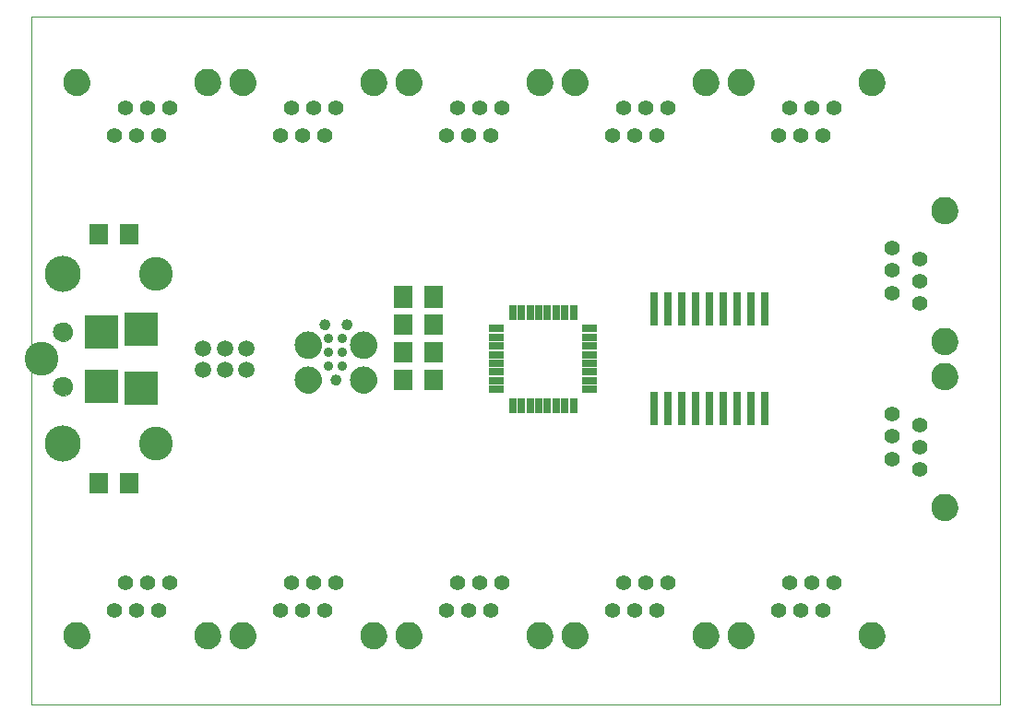
<source format=gbs>
G75*
G70*
%OFA0B0*%
%FSLAX24Y24*%
%IPPOS*%
%LPD*%
%AMOC8*
5,1,8,0,0,1.08239X$1,22.5*
%
%ADD10C,0.0000*%
%ADD11R,0.0540X0.0260*%
%ADD12R,0.0260X0.0540*%
%ADD13R,0.0670X0.0827*%
%ADD14R,0.0670X0.0749*%
%ADD15C,0.0555*%
%ADD16C,0.0969*%
%ADD17C,0.0350*%
%ADD18C,0.0390*%
%ADD19C,0.0975*%
%ADD20R,0.0300X0.1240*%
%ADD21C,0.1221*%
%ADD22C,0.1306*%
%ADD23R,0.1221X0.1221*%
%ADD24C,0.0709*%
%ADD25C,0.0594*%
D10*
X000349Y000100D02*
X000349Y024971D01*
X035344Y024971D01*
X035344Y000100D01*
X000349Y000100D01*
X001522Y002600D02*
X001524Y002643D01*
X001530Y002685D01*
X001540Y002727D01*
X001553Y002768D01*
X001571Y002807D01*
X001592Y002845D01*
X001616Y002880D01*
X001643Y002913D01*
X001674Y002944D01*
X001707Y002971D01*
X001742Y002995D01*
X001780Y003016D01*
X001819Y003034D01*
X001860Y003047D01*
X001902Y003057D01*
X001944Y003063D01*
X001987Y003065D01*
X002030Y003063D01*
X002072Y003057D01*
X002114Y003047D01*
X002155Y003034D01*
X002194Y003016D01*
X002232Y002995D01*
X002267Y002971D01*
X002300Y002944D01*
X002331Y002913D01*
X002358Y002880D01*
X002382Y002845D01*
X002403Y002807D01*
X002421Y002768D01*
X002434Y002727D01*
X002444Y002685D01*
X002450Y002643D01*
X002452Y002600D01*
X002450Y002557D01*
X002444Y002515D01*
X002434Y002473D01*
X002421Y002432D01*
X002403Y002393D01*
X002382Y002355D01*
X002358Y002320D01*
X002331Y002287D01*
X002300Y002256D01*
X002267Y002229D01*
X002232Y002205D01*
X002194Y002184D01*
X002155Y002166D01*
X002114Y002153D01*
X002072Y002143D01*
X002030Y002137D01*
X001987Y002135D01*
X001944Y002137D01*
X001902Y002143D01*
X001860Y002153D01*
X001819Y002166D01*
X001780Y002184D01*
X001742Y002205D01*
X001707Y002229D01*
X001674Y002256D01*
X001643Y002287D01*
X001616Y002320D01*
X001592Y002355D01*
X001571Y002393D01*
X001553Y002432D01*
X001540Y002473D01*
X001530Y002515D01*
X001524Y002557D01*
X001522Y002600D01*
X006247Y002600D02*
X006249Y002643D01*
X006255Y002685D01*
X006265Y002727D01*
X006278Y002768D01*
X006296Y002807D01*
X006317Y002845D01*
X006341Y002880D01*
X006368Y002913D01*
X006399Y002944D01*
X006432Y002971D01*
X006467Y002995D01*
X006505Y003016D01*
X006544Y003034D01*
X006585Y003047D01*
X006627Y003057D01*
X006669Y003063D01*
X006712Y003065D01*
X006755Y003063D01*
X006797Y003057D01*
X006839Y003047D01*
X006880Y003034D01*
X006919Y003016D01*
X006957Y002995D01*
X006992Y002971D01*
X007025Y002944D01*
X007056Y002913D01*
X007083Y002880D01*
X007107Y002845D01*
X007128Y002807D01*
X007146Y002768D01*
X007159Y002727D01*
X007169Y002685D01*
X007175Y002643D01*
X007177Y002600D01*
X007175Y002557D01*
X007169Y002515D01*
X007159Y002473D01*
X007146Y002432D01*
X007128Y002393D01*
X007107Y002355D01*
X007083Y002320D01*
X007056Y002287D01*
X007025Y002256D01*
X006992Y002229D01*
X006957Y002205D01*
X006919Y002184D01*
X006880Y002166D01*
X006839Y002153D01*
X006797Y002143D01*
X006755Y002137D01*
X006712Y002135D01*
X006669Y002137D01*
X006627Y002143D01*
X006585Y002153D01*
X006544Y002166D01*
X006505Y002184D01*
X006467Y002205D01*
X006432Y002229D01*
X006399Y002256D01*
X006368Y002287D01*
X006341Y002320D01*
X006317Y002355D01*
X006296Y002393D01*
X006278Y002432D01*
X006265Y002473D01*
X006255Y002515D01*
X006249Y002557D01*
X006247Y002600D01*
X007522Y002600D02*
X007524Y002643D01*
X007530Y002685D01*
X007540Y002727D01*
X007553Y002768D01*
X007571Y002807D01*
X007592Y002845D01*
X007616Y002880D01*
X007643Y002913D01*
X007674Y002944D01*
X007707Y002971D01*
X007742Y002995D01*
X007780Y003016D01*
X007819Y003034D01*
X007860Y003047D01*
X007902Y003057D01*
X007944Y003063D01*
X007987Y003065D01*
X008030Y003063D01*
X008072Y003057D01*
X008114Y003047D01*
X008155Y003034D01*
X008194Y003016D01*
X008232Y002995D01*
X008267Y002971D01*
X008300Y002944D01*
X008331Y002913D01*
X008358Y002880D01*
X008382Y002845D01*
X008403Y002807D01*
X008421Y002768D01*
X008434Y002727D01*
X008444Y002685D01*
X008450Y002643D01*
X008452Y002600D01*
X008450Y002557D01*
X008444Y002515D01*
X008434Y002473D01*
X008421Y002432D01*
X008403Y002393D01*
X008382Y002355D01*
X008358Y002320D01*
X008331Y002287D01*
X008300Y002256D01*
X008267Y002229D01*
X008232Y002205D01*
X008194Y002184D01*
X008155Y002166D01*
X008114Y002153D01*
X008072Y002143D01*
X008030Y002137D01*
X007987Y002135D01*
X007944Y002137D01*
X007902Y002143D01*
X007860Y002153D01*
X007819Y002166D01*
X007780Y002184D01*
X007742Y002205D01*
X007707Y002229D01*
X007674Y002256D01*
X007643Y002287D01*
X007616Y002320D01*
X007592Y002355D01*
X007571Y002393D01*
X007553Y002432D01*
X007540Y002473D01*
X007530Y002515D01*
X007524Y002557D01*
X007522Y002600D01*
X012247Y002600D02*
X012249Y002643D01*
X012255Y002685D01*
X012265Y002727D01*
X012278Y002768D01*
X012296Y002807D01*
X012317Y002845D01*
X012341Y002880D01*
X012368Y002913D01*
X012399Y002944D01*
X012432Y002971D01*
X012467Y002995D01*
X012505Y003016D01*
X012544Y003034D01*
X012585Y003047D01*
X012627Y003057D01*
X012669Y003063D01*
X012712Y003065D01*
X012755Y003063D01*
X012797Y003057D01*
X012839Y003047D01*
X012880Y003034D01*
X012919Y003016D01*
X012957Y002995D01*
X012992Y002971D01*
X013025Y002944D01*
X013056Y002913D01*
X013083Y002880D01*
X013107Y002845D01*
X013128Y002807D01*
X013146Y002768D01*
X013159Y002727D01*
X013169Y002685D01*
X013175Y002643D01*
X013177Y002600D01*
X013175Y002557D01*
X013169Y002515D01*
X013159Y002473D01*
X013146Y002432D01*
X013128Y002393D01*
X013107Y002355D01*
X013083Y002320D01*
X013056Y002287D01*
X013025Y002256D01*
X012992Y002229D01*
X012957Y002205D01*
X012919Y002184D01*
X012880Y002166D01*
X012839Y002153D01*
X012797Y002143D01*
X012755Y002137D01*
X012712Y002135D01*
X012669Y002137D01*
X012627Y002143D01*
X012585Y002153D01*
X012544Y002166D01*
X012505Y002184D01*
X012467Y002205D01*
X012432Y002229D01*
X012399Y002256D01*
X012368Y002287D01*
X012341Y002320D01*
X012317Y002355D01*
X012296Y002393D01*
X012278Y002432D01*
X012265Y002473D01*
X012255Y002515D01*
X012249Y002557D01*
X012247Y002600D01*
X013522Y002600D02*
X013524Y002643D01*
X013530Y002685D01*
X013540Y002727D01*
X013553Y002768D01*
X013571Y002807D01*
X013592Y002845D01*
X013616Y002880D01*
X013643Y002913D01*
X013674Y002944D01*
X013707Y002971D01*
X013742Y002995D01*
X013780Y003016D01*
X013819Y003034D01*
X013860Y003047D01*
X013902Y003057D01*
X013944Y003063D01*
X013987Y003065D01*
X014030Y003063D01*
X014072Y003057D01*
X014114Y003047D01*
X014155Y003034D01*
X014194Y003016D01*
X014232Y002995D01*
X014267Y002971D01*
X014300Y002944D01*
X014331Y002913D01*
X014358Y002880D01*
X014382Y002845D01*
X014403Y002807D01*
X014421Y002768D01*
X014434Y002727D01*
X014444Y002685D01*
X014450Y002643D01*
X014452Y002600D01*
X014450Y002557D01*
X014444Y002515D01*
X014434Y002473D01*
X014421Y002432D01*
X014403Y002393D01*
X014382Y002355D01*
X014358Y002320D01*
X014331Y002287D01*
X014300Y002256D01*
X014267Y002229D01*
X014232Y002205D01*
X014194Y002184D01*
X014155Y002166D01*
X014114Y002153D01*
X014072Y002143D01*
X014030Y002137D01*
X013987Y002135D01*
X013944Y002137D01*
X013902Y002143D01*
X013860Y002153D01*
X013819Y002166D01*
X013780Y002184D01*
X013742Y002205D01*
X013707Y002229D01*
X013674Y002256D01*
X013643Y002287D01*
X013616Y002320D01*
X013592Y002355D01*
X013571Y002393D01*
X013553Y002432D01*
X013540Y002473D01*
X013530Y002515D01*
X013524Y002557D01*
X013522Y002600D01*
X018247Y002600D02*
X018249Y002643D01*
X018255Y002685D01*
X018265Y002727D01*
X018278Y002768D01*
X018296Y002807D01*
X018317Y002845D01*
X018341Y002880D01*
X018368Y002913D01*
X018399Y002944D01*
X018432Y002971D01*
X018467Y002995D01*
X018505Y003016D01*
X018544Y003034D01*
X018585Y003047D01*
X018627Y003057D01*
X018669Y003063D01*
X018712Y003065D01*
X018755Y003063D01*
X018797Y003057D01*
X018839Y003047D01*
X018880Y003034D01*
X018919Y003016D01*
X018957Y002995D01*
X018992Y002971D01*
X019025Y002944D01*
X019056Y002913D01*
X019083Y002880D01*
X019107Y002845D01*
X019128Y002807D01*
X019146Y002768D01*
X019159Y002727D01*
X019169Y002685D01*
X019175Y002643D01*
X019177Y002600D01*
X019175Y002557D01*
X019169Y002515D01*
X019159Y002473D01*
X019146Y002432D01*
X019128Y002393D01*
X019107Y002355D01*
X019083Y002320D01*
X019056Y002287D01*
X019025Y002256D01*
X018992Y002229D01*
X018957Y002205D01*
X018919Y002184D01*
X018880Y002166D01*
X018839Y002153D01*
X018797Y002143D01*
X018755Y002137D01*
X018712Y002135D01*
X018669Y002137D01*
X018627Y002143D01*
X018585Y002153D01*
X018544Y002166D01*
X018505Y002184D01*
X018467Y002205D01*
X018432Y002229D01*
X018399Y002256D01*
X018368Y002287D01*
X018341Y002320D01*
X018317Y002355D01*
X018296Y002393D01*
X018278Y002432D01*
X018265Y002473D01*
X018255Y002515D01*
X018249Y002557D01*
X018247Y002600D01*
X019522Y002600D02*
X019524Y002643D01*
X019530Y002685D01*
X019540Y002727D01*
X019553Y002768D01*
X019571Y002807D01*
X019592Y002845D01*
X019616Y002880D01*
X019643Y002913D01*
X019674Y002944D01*
X019707Y002971D01*
X019742Y002995D01*
X019780Y003016D01*
X019819Y003034D01*
X019860Y003047D01*
X019902Y003057D01*
X019944Y003063D01*
X019987Y003065D01*
X020030Y003063D01*
X020072Y003057D01*
X020114Y003047D01*
X020155Y003034D01*
X020194Y003016D01*
X020232Y002995D01*
X020267Y002971D01*
X020300Y002944D01*
X020331Y002913D01*
X020358Y002880D01*
X020382Y002845D01*
X020403Y002807D01*
X020421Y002768D01*
X020434Y002727D01*
X020444Y002685D01*
X020450Y002643D01*
X020452Y002600D01*
X020450Y002557D01*
X020444Y002515D01*
X020434Y002473D01*
X020421Y002432D01*
X020403Y002393D01*
X020382Y002355D01*
X020358Y002320D01*
X020331Y002287D01*
X020300Y002256D01*
X020267Y002229D01*
X020232Y002205D01*
X020194Y002184D01*
X020155Y002166D01*
X020114Y002153D01*
X020072Y002143D01*
X020030Y002137D01*
X019987Y002135D01*
X019944Y002137D01*
X019902Y002143D01*
X019860Y002153D01*
X019819Y002166D01*
X019780Y002184D01*
X019742Y002205D01*
X019707Y002229D01*
X019674Y002256D01*
X019643Y002287D01*
X019616Y002320D01*
X019592Y002355D01*
X019571Y002393D01*
X019553Y002432D01*
X019540Y002473D01*
X019530Y002515D01*
X019524Y002557D01*
X019522Y002600D01*
X024247Y002600D02*
X024249Y002643D01*
X024255Y002685D01*
X024265Y002727D01*
X024278Y002768D01*
X024296Y002807D01*
X024317Y002845D01*
X024341Y002880D01*
X024368Y002913D01*
X024399Y002944D01*
X024432Y002971D01*
X024467Y002995D01*
X024505Y003016D01*
X024544Y003034D01*
X024585Y003047D01*
X024627Y003057D01*
X024669Y003063D01*
X024712Y003065D01*
X024755Y003063D01*
X024797Y003057D01*
X024839Y003047D01*
X024880Y003034D01*
X024919Y003016D01*
X024957Y002995D01*
X024992Y002971D01*
X025025Y002944D01*
X025056Y002913D01*
X025083Y002880D01*
X025107Y002845D01*
X025128Y002807D01*
X025146Y002768D01*
X025159Y002727D01*
X025169Y002685D01*
X025175Y002643D01*
X025177Y002600D01*
X025175Y002557D01*
X025169Y002515D01*
X025159Y002473D01*
X025146Y002432D01*
X025128Y002393D01*
X025107Y002355D01*
X025083Y002320D01*
X025056Y002287D01*
X025025Y002256D01*
X024992Y002229D01*
X024957Y002205D01*
X024919Y002184D01*
X024880Y002166D01*
X024839Y002153D01*
X024797Y002143D01*
X024755Y002137D01*
X024712Y002135D01*
X024669Y002137D01*
X024627Y002143D01*
X024585Y002153D01*
X024544Y002166D01*
X024505Y002184D01*
X024467Y002205D01*
X024432Y002229D01*
X024399Y002256D01*
X024368Y002287D01*
X024341Y002320D01*
X024317Y002355D01*
X024296Y002393D01*
X024278Y002432D01*
X024265Y002473D01*
X024255Y002515D01*
X024249Y002557D01*
X024247Y002600D01*
X025522Y002600D02*
X025524Y002643D01*
X025530Y002685D01*
X025540Y002727D01*
X025553Y002768D01*
X025571Y002807D01*
X025592Y002845D01*
X025616Y002880D01*
X025643Y002913D01*
X025674Y002944D01*
X025707Y002971D01*
X025742Y002995D01*
X025780Y003016D01*
X025819Y003034D01*
X025860Y003047D01*
X025902Y003057D01*
X025944Y003063D01*
X025987Y003065D01*
X026030Y003063D01*
X026072Y003057D01*
X026114Y003047D01*
X026155Y003034D01*
X026194Y003016D01*
X026232Y002995D01*
X026267Y002971D01*
X026300Y002944D01*
X026331Y002913D01*
X026358Y002880D01*
X026382Y002845D01*
X026403Y002807D01*
X026421Y002768D01*
X026434Y002727D01*
X026444Y002685D01*
X026450Y002643D01*
X026452Y002600D01*
X026450Y002557D01*
X026444Y002515D01*
X026434Y002473D01*
X026421Y002432D01*
X026403Y002393D01*
X026382Y002355D01*
X026358Y002320D01*
X026331Y002287D01*
X026300Y002256D01*
X026267Y002229D01*
X026232Y002205D01*
X026194Y002184D01*
X026155Y002166D01*
X026114Y002153D01*
X026072Y002143D01*
X026030Y002137D01*
X025987Y002135D01*
X025944Y002137D01*
X025902Y002143D01*
X025860Y002153D01*
X025819Y002166D01*
X025780Y002184D01*
X025742Y002205D01*
X025707Y002229D01*
X025674Y002256D01*
X025643Y002287D01*
X025616Y002320D01*
X025592Y002355D01*
X025571Y002393D01*
X025553Y002432D01*
X025540Y002473D01*
X025530Y002515D01*
X025524Y002557D01*
X025522Y002600D01*
X030247Y002600D02*
X030249Y002643D01*
X030255Y002685D01*
X030265Y002727D01*
X030278Y002768D01*
X030296Y002807D01*
X030317Y002845D01*
X030341Y002880D01*
X030368Y002913D01*
X030399Y002944D01*
X030432Y002971D01*
X030467Y002995D01*
X030505Y003016D01*
X030544Y003034D01*
X030585Y003047D01*
X030627Y003057D01*
X030669Y003063D01*
X030712Y003065D01*
X030755Y003063D01*
X030797Y003057D01*
X030839Y003047D01*
X030880Y003034D01*
X030919Y003016D01*
X030957Y002995D01*
X030992Y002971D01*
X031025Y002944D01*
X031056Y002913D01*
X031083Y002880D01*
X031107Y002845D01*
X031128Y002807D01*
X031146Y002768D01*
X031159Y002727D01*
X031169Y002685D01*
X031175Y002643D01*
X031177Y002600D01*
X031175Y002557D01*
X031169Y002515D01*
X031159Y002473D01*
X031146Y002432D01*
X031128Y002393D01*
X031107Y002355D01*
X031083Y002320D01*
X031056Y002287D01*
X031025Y002256D01*
X030992Y002229D01*
X030957Y002205D01*
X030919Y002184D01*
X030880Y002166D01*
X030839Y002153D01*
X030797Y002143D01*
X030755Y002137D01*
X030712Y002135D01*
X030669Y002137D01*
X030627Y002143D01*
X030585Y002153D01*
X030544Y002166D01*
X030505Y002184D01*
X030467Y002205D01*
X030432Y002229D01*
X030399Y002256D01*
X030368Y002287D01*
X030341Y002320D01*
X030317Y002355D01*
X030296Y002393D01*
X030278Y002432D01*
X030265Y002473D01*
X030255Y002515D01*
X030249Y002557D01*
X030247Y002600D01*
X032884Y007238D02*
X032886Y007281D01*
X032892Y007323D01*
X032902Y007365D01*
X032915Y007406D01*
X032933Y007445D01*
X032954Y007483D01*
X032978Y007518D01*
X033005Y007551D01*
X033036Y007582D01*
X033069Y007609D01*
X033104Y007633D01*
X033142Y007654D01*
X033181Y007672D01*
X033222Y007685D01*
X033264Y007695D01*
X033306Y007701D01*
X033349Y007703D01*
X033392Y007701D01*
X033434Y007695D01*
X033476Y007685D01*
X033517Y007672D01*
X033556Y007654D01*
X033594Y007633D01*
X033629Y007609D01*
X033662Y007582D01*
X033693Y007551D01*
X033720Y007518D01*
X033744Y007483D01*
X033765Y007445D01*
X033783Y007406D01*
X033796Y007365D01*
X033806Y007323D01*
X033812Y007281D01*
X033814Y007238D01*
X033812Y007195D01*
X033806Y007153D01*
X033796Y007111D01*
X033783Y007070D01*
X033765Y007031D01*
X033744Y006993D01*
X033720Y006958D01*
X033693Y006925D01*
X033662Y006894D01*
X033629Y006867D01*
X033594Y006843D01*
X033556Y006822D01*
X033517Y006804D01*
X033476Y006791D01*
X033434Y006781D01*
X033392Y006775D01*
X033349Y006773D01*
X033306Y006775D01*
X033264Y006781D01*
X033222Y006791D01*
X033181Y006804D01*
X033142Y006822D01*
X033104Y006843D01*
X033069Y006867D01*
X033036Y006894D01*
X033005Y006925D01*
X032978Y006958D01*
X032954Y006993D01*
X032933Y007031D01*
X032915Y007070D01*
X032902Y007111D01*
X032892Y007153D01*
X032886Y007195D01*
X032884Y007238D01*
X032884Y011962D02*
X032886Y012005D01*
X032892Y012047D01*
X032902Y012089D01*
X032915Y012130D01*
X032933Y012169D01*
X032954Y012207D01*
X032978Y012242D01*
X033005Y012275D01*
X033036Y012306D01*
X033069Y012333D01*
X033104Y012357D01*
X033142Y012378D01*
X033181Y012396D01*
X033222Y012409D01*
X033264Y012419D01*
X033306Y012425D01*
X033349Y012427D01*
X033392Y012425D01*
X033434Y012419D01*
X033476Y012409D01*
X033517Y012396D01*
X033556Y012378D01*
X033594Y012357D01*
X033629Y012333D01*
X033662Y012306D01*
X033693Y012275D01*
X033720Y012242D01*
X033744Y012207D01*
X033765Y012169D01*
X033783Y012130D01*
X033796Y012089D01*
X033806Y012047D01*
X033812Y012005D01*
X033814Y011962D01*
X033812Y011919D01*
X033806Y011877D01*
X033796Y011835D01*
X033783Y011794D01*
X033765Y011755D01*
X033744Y011717D01*
X033720Y011682D01*
X033693Y011649D01*
X033662Y011618D01*
X033629Y011591D01*
X033594Y011567D01*
X033556Y011546D01*
X033517Y011528D01*
X033476Y011515D01*
X033434Y011505D01*
X033392Y011499D01*
X033349Y011497D01*
X033306Y011499D01*
X033264Y011505D01*
X033222Y011515D01*
X033181Y011528D01*
X033142Y011546D01*
X033104Y011567D01*
X033069Y011591D01*
X033036Y011618D01*
X033005Y011649D01*
X032978Y011682D01*
X032954Y011717D01*
X032933Y011755D01*
X032915Y011794D01*
X032902Y011835D01*
X032892Y011877D01*
X032886Y011919D01*
X032884Y011962D01*
X032884Y013238D02*
X032886Y013281D01*
X032892Y013323D01*
X032902Y013365D01*
X032915Y013406D01*
X032933Y013445D01*
X032954Y013483D01*
X032978Y013518D01*
X033005Y013551D01*
X033036Y013582D01*
X033069Y013609D01*
X033104Y013633D01*
X033142Y013654D01*
X033181Y013672D01*
X033222Y013685D01*
X033264Y013695D01*
X033306Y013701D01*
X033349Y013703D01*
X033392Y013701D01*
X033434Y013695D01*
X033476Y013685D01*
X033517Y013672D01*
X033556Y013654D01*
X033594Y013633D01*
X033629Y013609D01*
X033662Y013582D01*
X033693Y013551D01*
X033720Y013518D01*
X033744Y013483D01*
X033765Y013445D01*
X033783Y013406D01*
X033796Y013365D01*
X033806Y013323D01*
X033812Y013281D01*
X033814Y013238D01*
X033812Y013195D01*
X033806Y013153D01*
X033796Y013111D01*
X033783Y013070D01*
X033765Y013031D01*
X033744Y012993D01*
X033720Y012958D01*
X033693Y012925D01*
X033662Y012894D01*
X033629Y012867D01*
X033594Y012843D01*
X033556Y012822D01*
X033517Y012804D01*
X033476Y012791D01*
X033434Y012781D01*
X033392Y012775D01*
X033349Y012773D01*
X033306Y012775D01*
X033264Y012781D01*
X033222Y012791D01*
X033181Y012804D01*
X033142Y012822D01*
X033104Y012843D01*
X033069Y012867D01*
X033036Y012894D01*
X033005Y012925D01*
X032978Y012958D01*
X032954Y012993D01*
X032933Y013031D01*
X032915Y013070D01*
X032902Y013111D01*
X032892Y013153D01*
X032886Y013195D01*
X032884Y013238D01*
X032884Y017962D02*
X032886Y018005D01*
X032892Y018047D01*
X032902Y018089D01*
X032915Y018130D01*
X032933Y018169D01*
X032954Y018207D01*
X032978Y018242D01*
X033005Y018275D01*
X033036Y018306D01*
X033069Y018333D01*
X033104Y018357D01*
X033142Y018378D01*
X033181Y018396D01*
X033222Y018409D01*
X033264Y018419D01*
X033306Y018425D01*
X033349Y018427D01*
X033392Y018425D01*
X033434Y018419D01*
X033476Y018409D01*
X033517Y018396D01*
X033556Y018378D01*
X033594Y018357D01*
X033629Y018333D01*
X033662Y018306D01*
X033693Y018275D01*
X033720Y018242D01*
X033744Y018207D01*
X033765Y018169D01*
X033783Y018130D01*
X033796Y018089D01*
X033806Y018047D01*
X033812Y018005D01*
X033814Y017962D01*
X033812Y017919D01*
X033806Y017877D01*
X033796Y017835D01*
X033783Y017794D01*
X033765Y017755D01*
X033744Y017717D01*
X033720Y017682D01*
X033693Y017649D01*
X033662Y017618D01*
X033629Y017591D01*
X033594Y017567D01*
X033556Y017546D01*
X033517Y017528D01*
X033476Y017515D01*
X033434Y017505D01*
X033392Y017499D01*
X033349Y017497D01*
X033306Y017499D01*
X033264Y017505D01*
X033222Y017515D01*
X033181Y017528D01*
X033142Y017546D01*
X033104Y017567D01*
X033069Y017591D01*
X033036Y017618D01*
X033005Y017649D01*
X032978Y017682D01*
X032954Y017717D01*
X032933Y017755D01*
X032915Y017794D01*
X032902Y017835D01*
X032892Y017877D01*
X032886Y017919D01*
X032884Y017962D01*
X030247Y022600D02*
X030249Y022643D01*
X030255Y022685D01*
X030265Y022727D01*
X030278Y022768D01*
X030296Y022807D01*
X030317Y022845D01*
X030341Y022880D01*
X030368Y022913D01*
X030399Y022944D01*
X030432Y022971D01*
X030467Y022995D01*
X030505Y023016D01*
X030544Y023034D01*
X030585Y023047D01*
X030627Y023057D01*
X030669Y023063D01*
X030712Y023065D01*
X030755Y023063D01*
X030797Y023057D01*
X030839Y023047D01*
X030880Y023034D01*
X030919Y023016D01*
X030957Y022995D01*
X030992Y022971D01*
X031025Y022944D01*
X031056Y022913D01*
X031083Y022880D01*
X031107Y022845D01*
X031128Y022807D01*
X031146Y022768D01*
X031159Y022727D01*
X031169Y022685D01*
X031175Y022643D01*
X031177Y022600D01*
X031175Y022557D01*
X031169Y022515D01*
X031159Y022473D01*
X031146Y022432D01*
X031128Y022393D01*
X031107Y022355D01*
X031083Y022320D01*
X031056Y022287D01*
X031025Y022256D01*
X030992Y022229D01*
X030957Y022205D01*
X030919Y022184D01*
X030880Y022166D01*
X030839Y022153D01*
X030797Y022143D01*
X030755Y022137D01*
X030712Y022135D01*
X030669Y022137D01*
X030627Y022143D01*
X030585Y022153D01*
X030544Y022166D01*
X030505Y022184D01*
X030467Y022205D01*
X030432Y022229D01*
X030399Y022256D01*
X030368Y022287D01*
X030341Y022320D01*
X030317Y022355D01*
X030296Y022393D01*
X030278Y022432D01*
X030265Y022473D01*
X030255Y022515D01*
X030249Y022557D01*
X030247Y022600D01*
X025522Y022600D02*
X025524Y022643D01*
X025530Y022685D01*
X025540Y022727D01*
X025553Y022768D01*
X025571Y022807D01*
X025592Y022845D01*
X025616Y022880D01*
X025643Y022913D01*
X025674Y022944D01*
X025707Y022971D01*
X025742Y022995D01*
X025780Y023016D01*
X025819Y023034D01*
X025860Y023047D01*
X025902Y023057D01*
X025944Y023063D01*
X025987Y023065D01*
X026030Y023063D01*
X026072Y023057D01*
X026114Y023047D01*
X026155Y023034D01*
X026194Y023016D01*
X026232Y022995D01*
X026267Y022971D01*
X026300Y022944D01*
X026331Y022913D01*
X026358Y022880D01*
X026382Y022845D01*
X026403Y022807D01*
X026421Y022768D01*
X026434Y022727D01*
X026444Y022685D01*
X026450Y022643D01*
X026452Y022600D01*
X026450Y022557D01*
X026444Y022515D01*
X026434Y022473D01*
X026421Y022432D01*
X026403Y022393D01*
X026382Y022355D01*
X026358Y022320D01*
X026331Y022287D01*
X026300Y022256D01*
X026267Y022229D01*
X026232Y022205D01*
X026194Y022184D01*
X026155Y022166D01*
X026114Y022153D01*
X026072Y022143D01*
X026030Y022137D01*
X025987Y022135D01*
X025944Y022137D01*
X025902Y022143D01*
X025860Y022153D01*
X025819Y022166D01*
X025780Y022184D01*
X025742Y022205D01*
X025707Y022229D01*
X025674Y022256D01*
X025643Y022287D01*
X025616Y022320D01*
X025592Y022355D01*
X025571Y022393D01*
X025553Y022432D01*
X025540Y022473D01*
X025530Y022515D01*
X025524Y022557D01*
X025522Y022600D01*
X024247Y022600D02*
X024249Y022643D01*
X024255Y022685D01*
X024265Y022727D01*
X024278Y022768D01*
X024296Y022807D01*
X024317Y022845D01*
X024341Y022880D01*
X024368Y022913D01*
X024399Y022944D01*
X024432Y022971D01*
X024467Y022995D01*
X024505Y023016D01*
X024544Y023034D01*
X024585Y023047D01*
X024627Y023057D01*
X024669Y023063D01*
X024712Y023065D01*
X024755Y023063D01*
X024797Y023057D01*
X024839Y023047D01*
X024880Y023034D01*
X024919Y023016D01*
X024957Y022995D01*
X024992Y022971D01*
X025025Y022944D01*
X025056Y022913D01*
X025083Y022880D01*
X025107Y022845D01*
X025128Y022807D01*
X025146Y022768D01*
X025159Y022727D01*
X025169Y022685D01*
X025175Y022643D01*
X025177Y022600D01*
X025175Y022557D01*
X025169Y022515D01*
X025159Y022473D01*
X025146Y022432D01*
X025128Y022393D01*
X025107Y022355D01*
X025083Y022320D01*
X025056Y022287D01*
X025025Y022256D01*
X024992Y022229D01*
X024957Y022205D01*
X024919Y022184D01*
X024880Y022166D01*
X024839Y022153D01*
X024797Y022143D01*
X024755Y022137D01*
X024712Y022135D01*
X024669Y022137D01*
X024627Y022143D01*
X024585Y022153D01*
X024544Y022166D01*
X024505Y022184D01*
X024467Y022205D01*
X024432Y022229D01*
X024399Y022256D01*
X024368Y022287D01*
X024341Y022320D01*
X024317Y022355D01*
X024296Y022393D01*
X024278Y022432D01*
X024265Y022473D01*
X024255Y022515D01*
X024249Y022557D01*
X024247Y022600D01*
X019522Y022600D02*
X019524Y022643D01*
X019530Y022685D01*
X019540Y022727D01*
X019553Y022768D01*
X019571Y022807D01*
X019592Y022845D01*
X019616Y022880D01*
X019643Y022913D01*
X019674Y022944D01*
X019707Y022971D01*
X019742Y022995D01*
X019780Y023016D01*
X019819Y023034D01*
X019860Y023047D01*
X019902Y023057D01*
X019944Y023063D01*
X019987Y023065D01*
X020030Y023063D01*
X020072Y023057D01*
X020114Y023047D01*
X020155Y023034D01*
X020194Y023016D01*
X020232Y022995D01*
X020267Y022971D01*
X020300Y022944D01*
X020331Y022913D01*
X020358Y022880D01*
X020382Y022845D01*
X020403Y022807D01*
X020421Y022768D01*
X020434Y022727D01*
X020444Y022685D01*
X020450Y022643D01*
X020452Y022600D01*
X020450Y022557D01*
X020444Y022515D01*
X020434Y022473D01*
X020421Y022432D01*
X020403Y022393D01*
X020382Y022355D01*
X020358Y022320D01*
X020331Y022287D01*
X020300Y022256D01*
X020267Y022229D01*
X020232Y022205D01*
X020194Y022184D01*
X020155Y022166D01*
X020114Y022153D01*
X020072Y022143D01*
X020030Y022137D01*
X019987Y022135D01*
X019944Y022137D01*
X019902Y022143D01*
X019860Y022153D01*
X019819Y022166D01*
X019780Y022184D01*
X019742Y022205D01*
X019707Y022229D01*
X019674Y022256D01*
X019643Y022287D01*
X019616Y022320D01*
X019592Y022355D01*
X019571Y022393D01*
X019553Y022432D01*
X019540Y022473D01*
X019530Y022515D01*
X019524Y022557D01*
X019522Y022600D01*
X018247Y022600D02*
X018249Y022643D01*
X018255Y022685D01*
X018265Y022727D01*
X018278Y022768D01*
X018296Y022807D01*
X018317Y022845D01*
X018341Y022880D01*
X018368Y022913D01*
X018399Y022944D01*
X018432Y022971D01*
X018467Y022995D01*
X018505Y023016D01*
X018544Y023034D01*
X018585Y023047D01*
X018627Y023057D01*
X018669Y023063D01*
X018712Y023065D01*
X018755Y023063D01*
X018797Y023057D01*
X018839Y023047D01*
X018880Y023034D01*
X018919Y023016D01*
X018957Y022995D01*
X018992Y022971D01*
X019025Y022944D01*
X019056Y022913D01*
X019083Y022880D01*
X019107Y022845D01*
X019128Y022807D01*
X019146Y022768D01*
X019159Y022727D01*
X019169Y022685D01*
X019175Y022643D01*
X019177Y022600D01*
X019175Y022557D01*
X019169Y022515D01*
X019159Y022473D01*
X019146Y022432D01*
X019128Y022393D01*
X019107Y022355D01*
X019083Y022320D01*
X019056Y022287D01*
X019025Y022256D01*
X018992Y022229D01*
X018957Y022205D01*
X018919Y022184D01*
X018880Y022166D01*
X018839Y022153D01*
X018797Y022143D01*
X018755Y022137D01*
X018712Y022135D01*
X018669Y022137D01*
X018627Y022143D01*
X018585Y022153D01*
X018544Y022166D01*
X018505Y022184D01*
X018467Y022205D01*
X018432Y022229D01*
X018399Y022256D01*
X018368Y022287D01*
X018341Y022320D01*
X018317Y022355D01*
X018296Y022393D01*
X018278Y022432D01*
X018265Y022473D01*
X018255Y022515D01*
X018249Y022557D01*
X018247Y022600D01*
X013522Y022600D02*
X013524Y022643D01*
X013530Y022685D01*
X013540Y022727D01*
X013553Y022768D01*
X013571Y022807D01*
X013592Y022845D01*
X013616Y022880D01*
X013643Y022913D01*
X013674Y022944D01*
X013707Y022971D01*
X013742Y022995D01*
X013780Y023016D01*
X013819Y023034D01*
X013860Y023047D01*
X013902Y023057D01*
X013944Y023063D01*
X013987Y023065D01*
X014030Y023063D01*
X014072Y023057D01*
X014114Y023047D01*
X014155Y023034D01*
X014194Y023016D01*
X014232Y022995D01*
X014267Y022971D01*
X014300Y022944D01*
X014331Y022913D01*
X014358Y022880D01*
X014382Y022845D01*
X014403Y022807D01*
X014421Y022768D01*
X014434Y022727D01*
X014444Y022685D01*
X014450Y022643D01*
X014452Y022600D01*
X014450Y022557D01*
X014444Y022515D01*
X014434Y022473D01*
X014421Y022432D01*
X014403Y022393D01*
X014382Y022355D01*
X014358Y022320D01*
X014331Y022287D01*
X014300Y022256D01*
X014267Y022229D01*
X014232Y022205D01*
X014194Y022184D01*
X014155Y022166D01*
X014114Y022153D01*
X014072Y022143D01*
X014030Y022137D01*
X013987Y022135D01*
X013944Y022137D01*
X013902Y022143D01*
X013860Y022153D01*
X013819Y022166D01*
X013780Y022184D01*
X013742Y022205D01*
X013707Y022229D01*
X013674Y022256D01*
X013643Y022287D01*
X013616Y022320D01*
X013592Y022355D01*
X013571Y022393D01*
X013553Y022432D01*
X013540Y022473D01*
X013530Y022515D01*
X013524Y022557D01*
X013522Y022600D01*
X012247Y022600D02*
X012249Y022643D01*
X012255Y022685D01*
X012265Y022727D01*
X012278Y022768D01*
X012296Y022807D01*
X012317Y022845D01*
X012341Y022880D01*
X012368Y022913D01*
X012399Y022944D01*
X012432Y022971D01*
X012467Y022995D01*
X012505Y023016D01*
X012544Y023034D01*
X012585Y023047D01*
X012627Y023057D01*
X012669Y023063D01*
X012712Y023065D01*
X012755Y023063D01*
X012797Y023057D01*
X012839Y023047D01*
X012880Y023034D01*
X012919Y023016D01*
X012957Y022995D01*
X012992Y022971D01*
X013025Y022944D01*
X013056Y022913D01*
X013083Y022880D01*
X013107Y022845D01*
X013128Y022807D01*
X013146Y022768D01*
X013159Y022727D01*
X013169Y022685D01*
X013175Y022643D01*
X013177Y022600D01*
X013175Y022557D01*
X013169Y022515D01*
X013159Y022473D01*
X013146Y022432D01*
X013128Y022393D01*
X013107Y022355D01*
X013083Y022320D01*
X013056Y022287D01*
X013025Y022256D01*
X012992Y022229D01*
X012957Y022205D01*
X012919Y022184D01*
X012880Y022166D01*
X012839Y022153D01*
X012797Y022143D01*
X012755Y022137D01*
X012712Y022135D01*
X012669Y022137D01*
X012627Y022143D01*
X012585Y022153D01*
X012544Y022166D01*
X012505Y022184D01*
X012467Y022205D01*
X012432Y022229D01*
X012399Y022256D01*
X012368Y022287D01*
X012341Y022320D01*
X012317Y022355D01*
X012296Y022393D01*
X012278Y022432D01*
X012265Y022473D01*
X012255Y022515D01*
X012249Y022557D01*
X012247Y022600D01*
X007522Y022600D02*
X007524Y022643D01*
X007530Y022685D01*
X007540Y022727D01*
X007553Y022768D01*
X007571Y022807D01*
X007592Y022845D01*
X007616Y022880D01*
X007643Y022913D01*
X007674Y022944D01*
X007707Y022971D01*
X007742Y022995D01*
X007780Y023016D01*
X007819Y023034D01*
X007860Y023047D01*
X007902Y023057D01*
X007944Y023063D01*
X007987Y023065D01*
X008030Y023063D01*
X008072Y023057D01*
X008114Y023047D01*
X008155Y023034D01*
X008194Y023016D01*
X008232Y022995D01*
X008267Y022971D01*
X008300Y022944D01*
X008331Y022913D01*
X008358Y022880D01*
X008382Y022845D01*
X008403Y022807D01*
X008421Y022768D01*
X008434Y022727D01*
X008444Y022685D01*
X008450Y022643D01*
X008452Y022600D01*
X008450Y022557D01*
X008444Y022515D01*
X008434Y022473D01*
X008421Y022432D01*
X008403Y022393D01*
X008382Y022355D01*
X008358Y022320D01*
X008331Y022287D01*
X008300Y022256D01*
X008267Y022229D01*
X008232Y022205D01*
X008194Y022184D01*
X008155Y022166D01*
X008114Y022153D01*
X008072Y022143D01*
X008030Y022137D01*
X007987Y022135D01*
X007944Y022137D01*
X007902Y022143D01*
X007860Y022153D01*
X007819Y022166D01*
X007780Y022184D01*
X007742Y022205D01*
X007707Y022229D01*
X007674Y022256D01*
X007643Y022287D01*
X007616Y022320D01*
X007592Y022355D01*
X007571Y022393D01*
X007553Y022432D01*
X007540Y022473D01*
X007530Y022515D01*
X007524Y022557D01*
X007522Y022600D01*
X006247Y022600D02*
X006249Y022643D01*
X006255Y022685D01*
X006265Y022727D01*
X006278Y022768D01*
X006296Y022807D01*
X006317Y022845D01*
X006341Y022880D01*
X006368Y022913D01*
X006399Y022944D01*
X006432Y022971D01*
X006467Y022995D01*
X006505Y023016D01*
X006544Y023034D01*
X006585Y023047D01*
X006627Y023057D01*
X006669Y023063D01*
X006712Y023065D01*
X006755Y023063D01*
X006797Y023057D01*
X006839Y023047D01*
X006880Y023034D01*
X006919Y023016D01*
X006957Y022995D01*
X006992Y022971D01*
X007025Y022944D01*
X007056Y022913D01*
X007083Y022880D01*
X007107Y022845D01*
X007128Y022807D01*
X007146Y022768D01*
X007159Y022727D01*
X007169Y022685D01*
X007175Y022643D01*
X007177Y022600D01*
X007175Y022557D01*
X007169Y022515D01*
X007159Y022473D01*
X007146Y022432D01*
X007128Y022393D01*
X007107Y022355D01*
X007083Y022320D01*
X007056Y022287D01*
X007025Y022256D01*
X006992Y022229D01*
X006957Y022205D01*
X006919Y022184D01*
X006880Y022166D01*
X006839Y022153D01*
X006797Y022143D01*
X006755Y022137D01*
X006712Y022135D01*
X006669Y022137D01*
X006627Y022143D01*
X006585Y022153D01*
X006544Y022166D01*
X006505Y022184D01*
X006467Y022205D01*
X006432Y022229D01*
X006399Y022256D01*
X006368Y022287D01*
X006341Y022320D01*
X006317Y022355D01*
X006296Y022393D01*
X006278Y022432D01*
X006265Y022473D01*
X006255Y022515D01*
X006249Y022557D01*
X006247Y022600D01*
X001522Y022600D02*
X001524Y022643D01*
X001530Y022685D01*
X001540Y022727D01*
X001553Y022768D01*
X001571Y022807D01*
X001592Y022845D01*
X001616Y022880D01*
X001643Y022913D01*
X001674Y022944D01*
X001707Y022971D01*
X001742Y022995D01*
X001780Y023016D01*
X001819Y023034D01*
X001860Y023047D01*
X001902Y023057D01*
X001944Y023063D01*
X001987Y023065D01*
X002030Y023063D01*
X002072Y023057D01*
X002114Y023047D01*
X002155Y023034D01*
X002194Y023016D01*
X002232Y022995D01*
X002267Y022971D01*
X002300Y022944D01*
X002331Y022913D01*
X002358Y022880D01*
X002382Y022845D01*
X002403Y022807D01*
X002421Y022768D01*
X002434Y022727D01*
X002444Y022685D01*
X002450Y022643D01*
X002452Y022600D01*
X002450Y022557D01*
X002444Y022515D01*
X002434Y022473D01*
X002421Y022432D01*
X002403Y022393D01*
X002382Y022355D01*
X002358Y022320D01*
X002331Y022287D01*
X002300Y022256D01*
X002267Y022229D01*
X002232Y022205D01*
X002194Y022184D01*
X002155Y022166D01*
X002114Y022153D01*
X002072Y022143D01*
X002030Y022137D01*
X001987Y022135D01*
X001944Y022137D01*
X001902Y022143D01*
X001860Y022153D01*
X001819Y022166D01*
X001780Y022184D01*
X001742Y022205D01*
X001707Y022229D01*
X001674Y022256D01*
X001643Y022287D01*
X001616Y022320D01*
X001592Y022355D01*
X001571Y022393D01*
X001553Y022432D01*
X001540Y022473D01*
X001530Y022515D01*
X001524Y022557D01*
X001522Y022600D01*
X010774Y013850D02*
X010776Y013876D01*
X010782Y013902D01*
X010791Y013926D01*
X010804Y013949D01*
X010821Y013969D01*
X010840Y013987D01*
X010862Y014002D01*
X010885Y014013D01*
X010910Y014021D01*
X010936Y014025D01*
X010962Y014025D01*
X010988Y014021D01*
X011013Y014013D01*
X011037Y014002D01*
X011058Y013987D01*
X011077Y013969D01*
X011094Y013949D01*
X011107Y013926D01*
X011116Y013902D01*
X011122Y013876D01*
X011124Y013850D01*
X011122Y013824D01*
X011116Y013798D01*
X011107Y013774D01*
X011094Y013751D01*
X011077Y013731D01*
X011058Y013713D01*
X011036Y013698D01*
X011013Y013687D01*
X010988Y013679D01*
X010962Y013675D01*
X010936Y013675D01*
X010910Y013679D01*
X010885Y013687D01*
X010861Y013698D01*
X010840Y013713D01*
X010821Y013731D01*
X010804Y013751D01*
X010791Y013774D01*
X010782Y013798D01*
X010776Y013824D01*
X010774Y013850D01*
X011574Y013850D02*
X011576Y013876D01*
X011582Y013902D01*
X011591Y013926D01*
X011604Y013949D01*
X011621Y013969D01*
X011640Y013987D01*
X011662Y014002D01*
X011685Y014013D01*
X011710Y014021D01*
X011736Y014025D01*
X011762Y014025D01*
X011788Y014021D01*
X011813Y014013D01*
X011837Y014002D01*
X011858Y013987D01*
X011877Y013969D01*
X011894Y013949D01*
X011907Y013926D01*
X011916Y013902D01*
X011922Y013876D01*
X011924Y013850D01*
X011922Y013824D01*
X011916Y013798D01*
X011907Y013774D01*
X011894Y013751D01*
X011877Y013731D01*
X011858Y013713D01*
X011836Y013698D01*
X011813Y013687D01*
X011788Y013679D01*
X011762Y013675D01*
X011736Y013675D01*
X011710Y013679D01*
X011685Y013687D01*
X011661Y013698D01*
X011640Y013713D01*
X011621Y013731D01*
X011604Y013751D01*
X011591Y013774D01*
X011582Y013798D01*
X011576Y013824D01*
X011574Y013850D01*
X011882Y013100D02*
X011884Y013143D01*
X011890Y013186D01*
X011900Y013228D01*
X011914Y013269D01*
X011931Y013308D01*
X011952Y013346D01*
X011976Y013381D01*
X012004Y013415D01*
X012034Y013445D01*
X012068Y013473D01*
X012103Y013497D01*
X012141Y013518D01*
X012180Y013535D01*
X012221Y013549D01*
X012263Y013559D01*
X012306Y013565D01*
X012349Y013567D01*
X012392Y013565D01*
X012435Y013559D01*
X012477Y013549D01*
X012518Y013535D01*
X012557Y013518D01*
X012595Y013497D01*
X012630Y013473D01*
X012664Y013445D01*
X012694Y013415D01*
X012722Y013381D01*
X012746Y013346D01*
X012767Y013308D01*
X012784Y013269D01*
X012798Y013228D01*
X012808Y013186D01*
X012814Y013143D01*
X012816Y013100D01*
X012814Y013057D01*
X012808Y013014D01*
X012798Y012972D01*
X012784Y012931D01*
X012767Y012892D01*
X012746Y012854D01*
X012722Y012819D01*
X012694Y012785D01*
X012664Y012755D01*
X012630Y012727D01*
X012595Y012703D01*
X012557Y012682D01*
X012518Y012665D01*
X012477Y012651D01*
X012435Y012641D01*
X012392Y012635D01*
X012349Y012633D01*
X012306Y012635D01*
X012263Y012641D01*
X012221Y012651D01*
X012180Y012665D01*
X012141Y012682D01*
X012103Y012703D01*
X012068Y012727D01*
X012034Y012755D01*
X012004Y012785D01*
X011976Y012819D01*
X011952Y012854D01*
X011931Y012892D01*
X011914Y012931D01*
X011900Y012972D01*
X011890Y013014D01*
X011884Y013057D01*
X011882Y013100D01*
X011882Y011850D02*
X011884Y011893D01*
X011890Y011936D01*
X011900Y011978D01*
X011914Y012019D01*
X011931Y012058D01*
X011952Y012096D01*
X011976Y012131D01*
X012004Y012165D01*
X012034Y012195D01*
X012068Y012223D01*
X012103Y012247D01*
X012141Y012268D01*
X012180Y012285D01*
X012221Y012299D01*
X012263Y012309D01*
X012306Y012315D01*
X012349Y012317D01*
X012392Y012315D01*
X012435Y012309D01*
X012477Y012299D01*
X012518Y012285D01*
X012557Y012268D01*
X012595Y012247D01*
X012630Y012223D01*
X012664Y012195D01*
X012694Y012165D01*
X012722Y012131D01*
X012746Y012096D01*
X012767Y012058D01*
X012784Y012019D01*
X012798Y011978D01*
X012808Y011936D01*
X012814Y011893D01*
X012816Y011850D01*
X012814Y011807D01*
X012808Y011764D01*
X012798Y011722D01*
X012784Y011681D01*
X012767Y011642D01*
X012746Y011604D01*
X012722Y011569D01*
X012694Y011535D01*
X012664Y011505D01*
X012630Y011477D01*
X012595Y011453D01*
X012557Y011432D01*
X012518Y011415D01*
X012477Y011401D01*
X012435Y011391D01*
X012392Y011385D01*
X012349Y011383D01*
X012306Y011385D01*
X012263Y011391D01*
X012221Y011401D01*
X012180Y011415D01*
X012141Y011432D01*
X012103Y011453D01*
X012068Y011477D01*
X012034Y011505D01*
X012004Y011535D01*
X011976Y011569D01*
X011952Y011604D01*
X011931Y011642D01*
X011914Y011681D01*
X011900Y011722D01*
X011890Y011764D01*
X011884Y011807D01*
X011882Y011850D01*
X011174Y011850D02*
X011176Y011876D01*
X011182Y011902D01*
X011191Y011926D01*
X011204Y011949D01*
X011221Y011969D01*
X011240Y011987D01*
X011262Y012002D01*
X011285Y012013D01*
X011310Y012021D01*
X011336Y012025D01*
X011362Y012025D01*
X011388Y012021D01*
X011413Y012013D01*
X011437Y012002D01*
X011458Y011987D01*
X011477Y011969D01*
X011494Y011949D01*
X011507Y011926D01*
X011516Y011902D01*
X011522Y011876D01*
X011524Y011850D01*
X011522Y011824D01*
X011516Y011798D01*
X011507Y011774D01*
X011494Y011751D01*
X011477Y011731D01*
X011458Y011713D01*
X011436Y011698D01*
X011413Y011687D01*
X011388Y011679D01*
X011362Y011675D01*
X011336Y011675D01*
X011310Y011679D01*
X011285Y011687D01*
X011261Y011698D01*
X011240Y011713D01*
X011221Y011731D01*
X011204Y011751D01*
X011191Y011774D01*
X011182Y011798D01*
X011176Y011824D01*
X011174Y011850D01*
X009882Y011850D02*
X009884Y011893D01*
X009890Y011936D01*
X009900Y011978D01*
X009914Y012019D01*
X009931Y012058D01*
X009952Y012096D01*
X009976Y012131D01*
X010004Y012165D01*
X010034Y012195D01*
X010068Y012223D01*
X010103Y012247D01*
X010141Y012268D01*
X010180Y012285D01*
X010221Y012299D01*
X010263Y012309D01*
X010306Y012315D01*
X010349Y012317D01*
X010392Y012315D01*
X010435Y012309D01*
X010477Y012299D01*
X010518Y012285D01*
X010557Y012268D01*
X010595Y012247D01*
X010630Y012223D01*
X010664Y012195D01*
X010694Y012165D01*
X010722Y012131D01*
X010746Y012096D01*
X010767Y012058D01*
X010784Y012019D01*
X010798Y011978D01*
X010808Y011936D01*
X010814Y011893D01*
X010816Y011850D01*
X010814Y011807D01*
X010808Y011764D01*
X010798Y011722D01*
X010784Y011681D01*
X010767Y011642D01*
X010746Y011604D01*
X010722Y011569D01*
X010694Y011535D01*
X010664Y011505D01*
X010630Y011477D01*
X010595Y011453D01*
X010557Y011432D01*
X010518Y011415D01*
X010477Y011401D01*
X010435Y011391D01*
X010392Y011385D01*
X010349Y011383D01*
X010306Y011385D01*
X010263Y011391D01*
X010221Y011401D01*
X010180Y011415D01*
X010141Y011432D01*
X010103Y011453D01*
X010068Y011477D01*
X010034Y011505D01*
X010004Y011535D01*
X009976Y011569D01*
X009952Y011604D01*
X009931Y011642D01*
X009914Y011681D01*
X009900Y011722D01*
X009890Y011764D01*
X009884Y011807D01*
X009882Y011850D01*
X009882Y013100D02*
X009884Y013143D01*
X009890Y013186D01*
X009900Y013228D01*
X009914Y013269D01*
X009931Y013308D01*
X009952Y013346D01*
X009976Y013381D01*
X010004Y013415D01*
X010034Y013445D01*
X010068Y013473D01*
X010103Y013497D01*
X010141Y013518D01*
X010180Y013535D01*
X010221Y013549D01*
X010263Y013559D01*
X010306Y013565D01*
X010349Y013567D01*
X010392Y013565D01*
X010435Y013559D01*
X010477Y013549D01*
X010518Y013535D01*
X010557Y013518D01*
X010595Y013497D01*
X010630Y013473D01*
X010664Y013445D01*
X010694Y013415D01*
X010722Y013381D01*
X010746Y013346D01*
X010767Y013308D01*
X010784Y013269D01*
X010798Y013228D01*
X010808Y013186D01*
X010814Y013143D01*
X010816Y013100D01*
X010814Y013057D01*
X010808Y013014D01*
X010798Y012972D01*
X010784Y012931D01*
X010767Y012892D01*
X010746Y012854D01*
X010722Y012819D01*
X010694Y012785D01*
X010664Y012755D01*
X010630Y012727D01*
X010595Y012703D01*
X010557Y012682D01*
X010518Y012665D01*
X010477Y012651D01*
X010435Y012641D01*
X010392Y012635D01*
X010349Y012633D01*
X010306Y012635D01*
X010263Y012641D01*
X010221Y012651D01*
X010180Y012665D01*
X010141Y012682D01*
X010103Y012703D01*
X010068Y012727D01*
X010034Y012755D01*
X010004Y012785D01*
X009976Y012819D01*
X009952Y012854D01*
X009931Y012892D01*
X009914Y012931D01*
X009900Y012972D01*
X009890Y013014D01*
X009884Y013057D01*
X009882Y013100D01*
X001168Y013584D02*
X001170Y013620D01*
X001176Y013656D01*
X001186Y013691D01*
X001199Y013725D01*
X001216Y013757D01*
X001236Y013787D01*
X001260Y013814D01*
X001286Y013839D01*
X001315Y013861D01*
X001346Y013880D01*
X001379Y013895D01*
X001413Y013907D01*
X001449Y013915D01*
X001485Y013919D01*
X001521Y013919D01*
X001557Y013915D01*
X001593Y013907D01*
X001627Y013895D01*
X001660Y013880D01*
X001691Y013861D01*
X001720Y013839D01*
X001746Y013814D01*
X001770Y013787D01*
X001790Y013757D01*
X001807Y013725D01*
X001820Y013691D01*
X001830Y013656D01*
X001836Y013620D01*
X001838Y013584D01*
X001836Y013548D01*
X001830Y013512D01*
X001820Y013477D01*
X001807Y013443D01*
X001790Y013411D01*
X001770Y013381D01*
X001746Y013354D01*
X001720Y013329D01*
X001691Y013307D01*
X001660Y013288D01*
X001627Y013273D01*
X001593Y013261D01*
X001557Y013253D01*
X001521Y013249D01*
X001485Y013249D01*
X001449Y013253D01*
X001413Y013261D01*
X001379Y013273D01*
X001346Y013288D01*
X001315Y013307D01*
X001286Y013329D01*
X001260Y013354D01*
X001236Y013381D01*
X001216Y013411D01*
X001199Y013443D01*
X001186Y013477D01*
X001176Y013512D01*
X001170Y013548D01*
X001168Y013584D01*
X001168Y011616D02*
X001170Y011652D01*
X001176Y011688D01*
X001186Y011723D01*
X001199Y011757D01*
X001216Y011789D01*
X001236Y011819D01*
X001260Y011846D01*
X001286Y011871D01*
X001315Y011893D01*
X001346Y011912D01*
X001379Y011927D01*
X001413Y011939D01*
X001449Y011947D01*
X001485Y011951D01*
X001521Y011951D01*
X001557Y011947D01*
X001593Y011939D01*
X001627Y011927D01*
X001660Y011912D01*
X001691Y011893D01*
X001720Y011871D01*
X001746Y011846D01*
X001770Y011819D01*
X001790Y011789D01*
X001807Y011757D01*
X001820Y011723D01*
X001830Y011688D01*
X001836Y011652D01*
X001838Y011616D01*
X001836Y011580D01*
X001830Y011544D01*
X001820Y011509D01*
X001807Y011475D01*
X001790Y011443D01*
X001770Y011413D01*
X001746Y011386D01*
X001720Y011361D01*
X001691Y011339D01*
X001660Y011320D01*
X001627Y011305D01*
X001593Y011293D01*
X001557Y011285D01*
X001521Y011281D01*
X001485Y011281D01*
X001449Y011285D01*
X001413Y011293D01*
X001379Y011305D01*
X001346Y011320D01*
X001315Y011339D01*
X001286Y011361D01*
X001260Y011386D01*
X001236Y011413D01*
X001216Y011443D01*
X001199Y011475D01*
X001186Y011509D01*
X001176Y011544D01*
X001170Y011580D01*
X001168Y011616D01*
D11*
X017159Y011498D03*
X017159Y011813D03*
X017159Y012128D03*
X017159Y012443D03*
X017159Y012757D03*
X017159Y013072D03*
X017159Y013387D03*
X017159Y013702D03*
X020539Y013702D03*
X020539Y013387D03*
X020539Y013072D03*
X020539Y012757D03*
X020539Y012443D03*
X020539Y012128D03*
X020539Y011813D03*
X020539Y011498D03*
D12*
X019952Y010910D03*
X019637Y010910D03*
X019322Y010910D03*
X019007Y010910D03*
X018692Y010910D03*
X018377Y010910D03*
X018062Y010910D03*
X017747Y010910D03*
X017747Y014290D03*
X018062Y014290D03*
X018377Y014290D03*
X018692Y014290D03*
X019007Y014290D03*
X019322Y014290D03*
X019637Y014290D03*
X019952Y014290D03*
D13*
X014901Y014850D03*
X013798Y014850D03*
D14*
X013798Y013850D03*
X014901Y013850D03*
X014901Y012850D03*
X013798Y012850D03*
X013798Y011850D03*
X014901Y011850D03*
X003901Y008100D03*
X002798Y008100D03*
X002798Y017100D03*
X003901Y017100D03*
D15*
X004153Y020694D03*
X004956Y020694D03*
X005349Y021694D03*
X004546Y021694D03*
X003743Y021694D03*
X003349Y020694D03*
X009349Y020694D03*
X010153Y020694D03*
X010956Y020694D03*
X011349Y021694D03*
X010546Y021694D03*
X009743Y021694D03*
X015349Y020694D03*
X016153Y020694D03*
X016956Y020694D03*
X017349Y021694D03*
X016546Y021694D03*
X015743Y021694D03*
X021349Y020694D03*
X022153Y020694D03*
X022956Y020694D03*
X023349Y021694D03*
X022546Y021694D03*
X021743Y021694D03*
X027349Y020694D03*
X028153Y020694D03*
X028956Y020694D03*
X029349Y021694D03*
X028546Y021694D03*
X027743Y021694D03*
X031444Y016600D03*
X032444Y016206D03*
X032444Y015403D03*
X032444Y014600D03*
X031444Y014994D03*
X031444Y015797D03*
X031444Y010600D03*
X031444Y009797D03*
X032444Y009403D03*
X032444Y008600D03*
X031444Y008994D03*
X032444Y010206D03*
X029349Y004506D03*
X028546Y004506D03*
X027743Y004506D03*
X027349Y003506D03*
X028153Y003506D03*
X028956Y003506D03*
X023349Y004506D03*
X022546Y004506D03*
X021743Y004506D03*
X021349Y003506D03*
X022153Y003506D03*
X022956Y003506D03*
X017349Y004506D03*
X016546Y004506D03*
X015743Y004506D03*
X015349Y003506D03*
X016153Y003506D03*
X016956Y003506D03*
X011349Y004506D03*
X010546Y004506D03*
X009743Y004506D03*
X009349Y003506D03*
X010153Y003506D03*
X010956Y003506D03*
X005349Y004506D03*
X004546Y004506D03*
X003743Y004506D03*
X003349Y003506D03*
X004153Y003506D03*
X004956Y003506D03*
D16*
X006712Y002600D03*
X007987Y002600D03*
X012712Y002600D03*
X013987Y002600D03*
X018712Y002600D03*
X019987Y002600D03*
X024712Y002600D03*
X025987Y002600D03*
X030712Y002600D03*
X033349Y007238D03*
X033349Y011962D03*
X033349Y013238D03*
X033349Y017962D03*
X030712Y022600D03*
X025987Y022600D03*
X024712Y022600D03*
X019987Y022600D03*
X018712Y022600D03*
X013987Y022600D03*
X012712Y022600D03*
X007987Y022600D03*
X006712Y022600D03*
X001987Y022600D03*
X001987Y002600D03*
D17*
X011099Y012350D03*
X011099Y012850D03*
X011099Y013350D03*
X011599Y013350D03*
X011599Y012850D03*
X011599Y012350D03*
D18*
X011349Y011850D03*
X010949Y013850D03*
X011749Y013850D03*
D19*
X012349Y013100D03*
X012349Y011850D03*
X010349Y011850D03*
X010349Y013100D03*
D20*
X022849Y014405D03*
X023349Y014405D03*
X023849Y014405D03*
X024349Y014405D03*
X024849Y014405D03*
X025349Y014405D03*
X025849Y014405D03*
X026349Y014405D03*
X026849Y014420D03*
X026849Y010795D03*
X026349Y010795D03*
X025849Y010795D03*
X025349Y010795D03*
X024849Y010795D03*
X024349Y010795D03*
X023849Y010795D03*
X023349Y010795D03*
X022849Y010795D03*
D21*
X004849Y009529D03*
X000716Y012600D03*
X004849Y015671D03*
D22*
X001503Y015671D03*
X001503Y009529D03*
D23*
X004318Y011537D03*
X002881Y011616D03*
X002881Y013584D03*
X004318Y013663D03*
D24*
X001503Y013584D03*
X001503Y011616D03*
D25*
X006562Y012206D03*
X007349Y012206D03*
X008137Y012206D03*
X008137Y012994D03*
X007349Y012994D03*
X006562Y012994D03*
M02*

</source>
